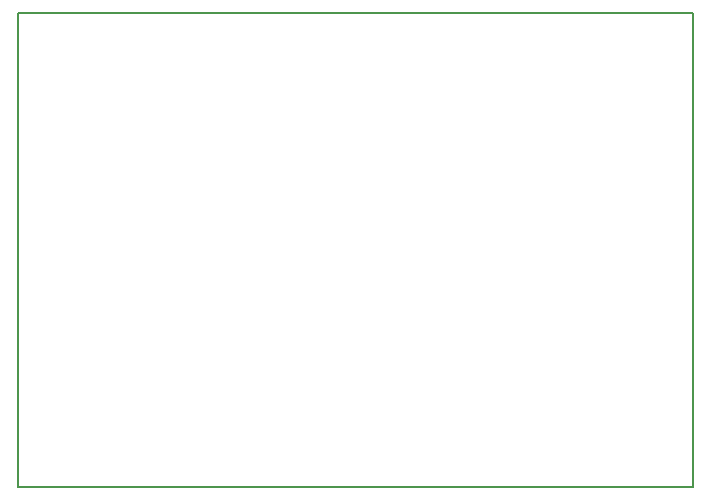
<source format=gbr>
G04 #@! TF.GenerationSoftware,KiCad,Pcbnew,9.0.0*
G04 #@! TF.CreationDate,2025-04-23T00:50:18-04:00*
G04 #@! TF.ProjectId,HallEffectManager,48616c6c-4566-4666-9563-744d616e6167,rev?*
G04 #@! TF.SameCoordinates,Original*
G04 #@! TF.FileFunction,Profile,NP*
%FSLAX46Y46*%
G04 Gerber Fmt 4.6, Leading zero omitted, Abs format (unit mm)*
G04 Created by KiCad (PCBNEW 9.0.0) date 2025-04-23 00:50:18*
%MOMM*%
%LPD*%
G01*
G04 APERTURE LIST*
G04 #@! TA.AperFunction,Profile*
%ADD10C,0.200000*%
G04 #@! TD*
G04 APERTURE END LIST*
D10*
X128800000Y-52600000D02*
X185900000Y-52600000D01*
X185900000Y-92700000D01*
X128800000Y-92700000D01*
X128800000Y-52600000D01*
M02*

</source>
